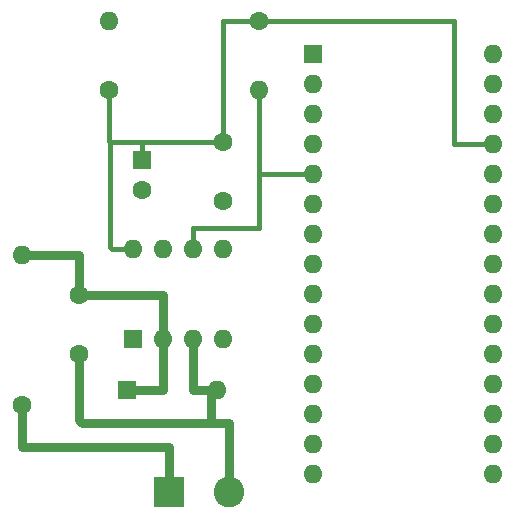
<source format=gbr>
%TF.GenerationSoftware,KiCad,Pcbnew,(6.0.2)*%
%TF.CreationDate,2022-03-21T18:21:57-04:00*%
%TF.ProjectId,dccsniffer,64636373-6e69-4666-9665-722e6b696361,rev?*%
%TF.SameCoordinates,Original*%
%TF.FileFunction,Copper,L1,Top*%
%TF.FilePolarity,Positive*%
%FSLAX46Y46*%
G04 Gerber Fmt 4.6, Leading zero omitted, Abs format (unit mm)*
G04 Created by KiCad (PCBNEW (6.0.2)) date 2022-03-21 18:21:57*
%MOMM*%
%LPD*%
G01*
G04 APERTURE LIST*
%TA.AperFunction,ComponentPad*%
%ADD10R,1.600000X1.600000*%
%TD*%
%TA.AperFunction,ComponentPad*%
%ADD11O,1.600000X1.600000*%
%TD*%
%TA.AperFunction,ComponentPad*%
%ADD12C,1.600000*%
%TD*%
%TA.AperFunction,ComponentPad*%
%ADD13R,2.600000X2.600000*%
%TD*%
%TA.AperFunction,ComponentPad*%
%ADD14C,2.600000*%
%TD*%
%TA.AperFunction,Conductor*%
%ADD15C,0.400000*%
%TD*%
%TA.AperFunction,Conductor*%
%ADD16C,0.800000*%
%TD*%
G04 APERTURE END LIST*
D10*
%TO.P,D1,1,K*%
%TO.N,Net-(C1-Pad1)*%
X108966000Y-46990000D03*
D11*
%TO.P,D1,2,A*%
%TO.N,Net-(C1-Pad2)*%
X116586000Y-46990000D03*
%TD*%
D12*
%TO.P,R2,1*%
%TO.N,+5V*%
X120142000Y-15748000D03*
D11*
%TO.P,R2,2*%
%TO.N,Net-(R2-Pad2)*%
X107442000Y-15748000D03*
%TD*%
D12*
%TO.P,C1,1*%
%TO.N,Net-(C1-Pad1)*%
X104902000Y-38902000D03*
%TO.P,C1,2*%
%TO.N,Net-(C1-Pad2)*%
X104902000Y-43902000D03*
%TD*%
D10*
%TO.P,U1,1,NC*%
%TO.N,unconnected-(U1-Pad1)*%
X109484000Y-42662000D03*
D11*
%TO.P,U1,2,A*%
%TO.N,Net-(C1-Pad1)*%
X112024000Y-42662000D03*
%TO.P,U1,3,C*%
%TO.N,Net-(C1-Pad2)*%
X114564000Y-42662000D03*
%TO.P,U1,4*%
%TO.N,N/C*%
X117104000Y-42662000D03*
%TO.P,U1,5,GND*%
%TO.N,GND*%
X117104000Y-35042000D03*
%TO.P,U1,6,VO*%
%TO.N,Net-(A1-Pad5)*%
X114564000Y-35042000D03*
%TO.P,U1,7,EN*%
%TO.N,Net-(R2-Pad2)*%
X112024000Y-35042000D03*
%TO.P,U1,8,VCC*%
%TO.N,+5V*%
X109484000Y-35042000D03*
%TD*%
D12*
%TO.P,R3,1*%
%TO.N,+5V*%
X107442000Y-21590000D03*
D11*
%TO.P,R3,2*%
%TO.N,Net-(A1-Pad5)*%
X120142000Y-21590000D03*
%TD*%
D12*
%TO.P,C3,1*%
%TO.N,+5V*%
X117094000Y-25948000D03*
%TO.P,C3,2*%
%TO.N,GND*%
X117094000Y-30948000D03*
%TD*%
D10*
%TO.P,C2,1*%
%TO.N,+5V*%
X110236000Y-27496888D03*
D12*
%TO.P,C2,2*%
%TO.N,GND*%
X110236000Y-29996888D03*
%TD*%
D10*
%TO.P,A1,1,D1/TX*%
%TO.N,unconnected-(A1-Pad1)*%
X124724000Y-18542000D03*
D11*
%TO.P,A1,2,D0/RX*%
%TO.N,unconnected-(A1-Pad2)*%
X124724000Y-21082000D03*
%TO.P,A1,3,~{RESET}*%
%TO.N,unconnected-(A1-Pad3)*%
X124724000Y-23622000D03*
%TO.P,A1,4,GND*%
%TO.N,GND*%
X124724000Y-26162000D03*
%TO.P,A1,5,D2*%
%TO.N,Net-(A1-Pad5)*%
X124724000Y-28702000D03*
%TO.P,A1,6,D3*%
%TO.N,unconnected-(A1-Pad6)*%
X124724000Y-31242000D03*
%TO.P,A1,7,D4*%
%TO.N,unconnected-(A1-Pad7)*%
X124724000Y-33782000D03*
%TO.P,A1,8,D5*%
%TO.N,unconnected-(A1-Pad8)*%
X124724000Y-36322000D03*
%TO.P,A1,9,D6*%
%TO.N,unconnected-(A1-Pad9)*%
X124724000Y-38862000D03*
%TO.P,A1,10,D7*%
%TO.N,unconnected-(A1-Pad10)*%
X124724000Y-41402000D03*
%TO.P,A1,11,D8*%
%TO.N,unconnected-(A1-Pad11)*%
X124724000Y-43942000D03*
%TO.P,A1,12,D9*%
%TO.N,unconnected-(A1-Pad12)*%
X124724000Y-46482000D03*
%TO.P,A1,13,D10*%
%TO.N,unconnected-(A1-Pad13)*%
X124724000Y-49022000D03*
%TO.P,A1,14,D11*%
%TO.N,unconnected-(A1-Pad14)*%
X124724000Y-51562000D03*
%TO.P,A1,15,D12*%
%TO.N,unconnected-(A1-Pad15)*%
X124724000Y-54102000D03*
%TO.P,A1,16,D13*%
%TO.N,unconnected-(A1-Pad16)*%
X139964000Y-54102000D03*
%TO.P,A1,17,3V3*%
%TO.N,unconnected-(A1-Pad17)*%
X139964000Y-51562000D03*
%TO.P,A1,18,AREF*%
%TO.N,unconnected-(A1-Pad18)*%
X139964000Y-49022000D03*
%TO.P,A1,19,A0*%
%TO.N,unconnected-(A1-Pad19)*%
X139964000Y-46482000D03*
%TO.P,A1,20,A1*%
%TO.N,unconnected-(A1-Pad20)*%
X139964000Y-43942000D03*
%TO.P,A1,21,A2*%
%TO.N,unconnected-(A1-Pad21)*%
X139964000Y-41402000D03*
%TO.P,A1,22,A3*%
%TO.N,unconnected-(A1-Pad22)*%
X139964000Y-38862000D03*
%TO.P,A1,23,A4*%
%TO.N,unconnected-(A1-Pad23)*%
X139964000Y-36322000D03*
%TO.P,A1,24,A5*%
%TO.N,unconnected-(A1-Pad24)*%
X139964000Y-33782000D03*
%TO.P,A1,25,A6*%
%TO.N,unconnected-(A1-Pad25)*%
X139964000Y-31242000D03*
%TO.P,A1,26,A7*%
%TO.N,unconnected-(A1-Pad26)*%
X139964000Y-28702000D03*
%TO.P,A1,27,+5V*%
%TO.N,+5V*%
X139964000Y-26162000D03*
%TO.P,A1,28,~{RESET}*%
%TO.N,unconnected-(A1-Pad28)*%
X139964000Y-23622000D03*
%TO.P,A1,29,GND*%
%TO.N,GND*%
X139964000Y-21082000D03*
%TO.P,A1,30,VIN*%
%TO.N,unconnected-(A1-Pad30)*%
X139964000Y-18542000D03*
%TD*%
D13*
%TO.P,J1,1,Pin_1*%
%TO.N,Net-(J1-Pad1)*%
X112522000Y-55626000D03*
D14*
%TO.P,J1,2,Pin_2*%
%TO.N,Net-(C1-Pad2)*%
X117602000Y-55626000D03*
%TD*%
D12*
%TO.P,R1,1*%
%TO.N,Net-(J1-Pad1)*%
X100076000Y-48260000D03*
D11*
%TO.P,R1,2*%
%TO.N,Net-(C1-Pad1)*%
X100076000Y-35560000D03*
%TD*%
D15*
%TO.N,Net-(A1-Pad5)*%
X124724000Y-28702000D02*
X120142000Y-28702000D01*
X114574000Y-33274000D02*
X120142000Y-33274000D01*
X114564000Y-33284000D02*
X114574000Y-33274000D01*
X114564000Y-35042000D02*
X114564000Y-33284000D01*
X120142000Y-33274000D02*
X120142000Y-28702000D01*
X120142000Y-28702000D02*
X120142000Y-21590000D01*
%TO.N,+5V*%
X107522000Y-25988000D02*
X110236000Y-25988000D01*
X107522000Y-34878000D02*
X107686000Y-35042000D01*
X117094000Y-25948000D02*
X110276000Y-25948000D01*
X136652000Y-15748000D02*
X120142000Y-15748000D01*
X110276000Y-25948000D02*
X110236000Y-25988000D01*
X107686000Y-35042000D02*
X109484000Y-35042000D01*
X136652000Y-26162000D02*
X136652000Y-15748000D01*
X139964000Y-26162000D02*
X136652000Y-26162000D01*
X117094000Y-15748000D02*
X117094000Y-25948000D01*
X120142000Y-15748000D02*
X117094000Y-15748000D01*
X107522000Y-25988000D02*
X107522000Y-34878000D01*
X107442000Y-21590000D02*
X107442000Y-25908000D01*
X107442000Y-25908000D02*
X107522000Y-25988000D01*
X110236000Y-25988000D02*
X110236000Y-27496888D01*
D16*
%TO.N,Net-(C1-Pad1)*%
X111974000Y-38902000D02*
X112024000Y-38952000D01*
X112014000Y-46990000D02*
X108966000Y-46990000D01*
X112024000Y-46980000D02*
X112014000Y-46990000D01*
X104902000Y-38902000D02*
X111974000Y-38902000D01*
X104902000Y-35560000D02*
X104902000Y-38902000D01*
X100076000Y-35560000D02*
X104902000Y-35560000D01*
X112024000Y-38952000D02*
X112024000Y-42662000D01*
X104862000Y-38862000D02*
X104902000Y-38902000D01*
X112024000Y-42662000D02*
X112024000Y-46980000D01*
%TO.N,Net-(C1-Pad2)*%
X114554000Y-46990000D02*
X114564000Y-46980000D01*
X116073000Y-47503000D02*
X116586000Y-46990000D01*
X104902000Y-49530000D02*
X105151000Y-49779000D01*
X114564000Y-46980000D02*
X114564000Y-42662000D01*
X117597000Y-49779000D02*
X116073000Y-49779000D01*
X116586000Y-46990000D02*
X114554000Y-46990000D01*
X105151000Y-49779000D02*
X116073000Y-49779000D01*
X104902000Y-43902000D02*
X104902000Y-49530000D01*
X117602000Y-55626000D02*
X117602000Y-49784000D01*
X116073000Y-49779000D02*
X116073000Y-47503000D01*
X117602000Y-49784000D02*
X117597000Y-49779000D01*
%TO.N,Net-(J1-Pad1)*%
X110993000Y-51821000D02*
X110988000Y-51816000D01*
X100076000Y-51816000D02*
X100076000Y-48260000D01*
X110993000Y-51821000D02*
X110998000Y-51816000D01*
X110998000Y-51816000D02*
X112522000Y-51816000D01*
X110988000Y-51816000D02*
X100076000Y-51816000D01*
X112522000Y-51816000D02*
X112522000Y-55626000D01*
%TD*%
M02*

</source>
